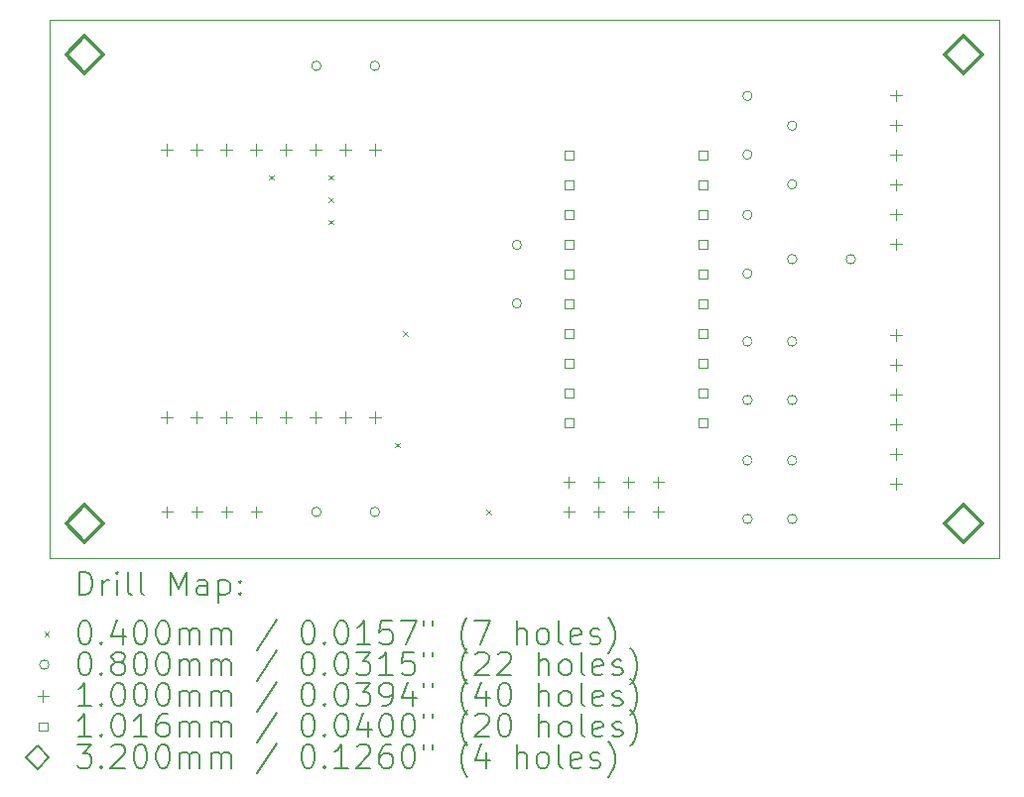
<source format=gbr>
%TF.GenerationSoftware,KiCad,Pcbnew,6.0.11-2627ca5db0~126~ubuntu22.04.1*%
%TF.CreationDate,2023-04-26T19:27:01+03:00*%
%TF.ProjectId,layzspa-wifi-remote,6c61797a-7370-4612-9d77-6966692d7265,rev?*%
%TF.SameCoordinates,Original*%
%TF.FileFunction,Drillmap*%
%TF.FilePolarity,Positive*%
%FSLAX45Y45*%
G04 Gerber Fmt 4.5, Leading zero omitted, Abs format (unit mm)*
G04 Created by KiCad (PCBNEW 6.0.11-2627ca5db0~126~ubuntu22.04.1) date 2023-04-26 19:27:01*
%MOMM*%
%LPD*%
G01*
G04 APERTURE LIST*
%ADD10C,0.100000*%
%ADD11C,0.200000*%
%ADD12C,0.040000*%
%ADD13C,0.080000*%
%ADD14C,0.101600*%
%ADD15C,0.320000*%
G04 APERTURE END LIST*
D10*
X3570000Y-2780000D02*
X11670000Y-2780000D01*
X11670000Y-2780000D02*
X11670000Y-7380000D01*
X11670000Y-7380000D02*
X3570000Y-7380000D01*
X3570000Y-7380000D02*
X3570000Y-2780000D01*
D11*
D12*
X5441000Y-4107500D02*
X5481000Y-4147500D01*
X5481000Y-4107500D02*
X5441000Y-4147500D01*
X5949000Y-4107500D02*
X5989000Y-4147500D01*
X5989000Y-4107500D02*
X5949000Y-4147500D01*
X5949000Y-4298000D02*
X5989000Y-4338000D01*
X5989000Y-4298000D02*
X5949000Y-4338000D01*
X5949000Y-4488500D02*
X5989000Y-4528500D01*
X5989000Y-4488500D02*
X5949000Y-4528500D01*
X6520500Y-6393500D02*
X6560500Y-6433500D01*
X6560500Y-6393500D02*
X6520500Y-6433500D01*
X6584000Y-5441000D02*
X6624000Y-5481000D01*
X6624000Y-5441000D02*
X6584000Y-5481000D01*
X7295200Y-6965000D02*
X7335200Y-7005000D01*
X7335200Y-6965000D02*
X7295200Y-7005000D01*
D13*
X5886000Y-3175000D02*
G75*
G03*
X5886000Y-3175000I-40000J0D01*
G01*
X5886000Y-6985000D02*
G75*
G03*
X5886000Y-6985000I-40000J0D01*
G01*
X6386000Y-3175000D02*
G75*
G03*
X6386000Y-3175000I-40000J0D01*
G01*
X6386000Y-6985000D02*
G75*
G03*
X6386000Y-6985000I-40000J0D01*
G01*
X7596500Y-4703000D02*
G75*
G03*
X7596500Y-4703000I-40000J0D01*
G01*
X7596500Y-5203000D02*
G75*
G03*
X7596500Y-5203000I-40000J0D01*
G01*
X9565000Y-3433000D02*
G75*
G03*
X9565000Y-3433000I-40000J0D01*
G01*
X9565000Y-3933000D02*
G75*
G03*
X9565000Y-3933000I-40000J0D01*
G01*
X9565000Y-4449000D02*
G75*
G03*
X9565000Y-4449000I-40000J0D01*
G01*
X9565000Y-4949000D02*
G75*
G03*
X9565000Y-4949000I-40000J0D01*
G01*
X9565000Y-5528500D02*
G75*
G03*
X9565000Y-5528500I-40000J0D01*
G01*
X9565000Y-6028500D02*
G75*
G03*
X9565000Y-6028500I-40000J0D01*
G01*
X9565000Y-6544500D02*
G75*
G03*
X9565000Y-6544500I-40000J0D01*
G01*
X9565000Y-7044500D02*
G75*
G03*
X9565000Y-7044500I-40000J0D01*
G01*
X9946000Y-3687000D02*
G75*
G03*
X9946000Y-3687000I-40000J0D01*
G01*
X9946000Y-4187000D02*
G75*
G03*
X9946000Y-4187000I-40000J0D01*
G01*
X9946000Y-4826000D02*
G75*
G03*
X9946000Y-4826000I-40000J0D01*
G01*
X9946000Y-5528500D02*
G75*
G03*
X9946000Y-5528500I-40000J0D01*
G01*
X9946000Y-6028500D02*
G75*
G03*
X9946000Y-6028500I-40000J0D01*
G01*
X9946000Y-6544500D02*
G75*
G03*
X9946000Y-6544500I-40000J0D01*
G01*
X9946000Y-7044500D02*
G75*
G03*
X9946000Y-7044500I-40000J0D01*
G01*
X10446000Y-4826000D02*
G75*
G03*
X10446000Y-4826000I-40000J0D01*
G01*
D10*
X4572000Y-3838500D02*
X4572000Y-3938500D01*
X4522000Y-3888500D02*
X4622000Y-3888500D01*
X4572000Y-6124500D02*
X4572000Y-6224500D01*
X4522000Y-6174500D02*
X4622000Y-6174500D01*
X4573000Y-6935000D02*
X4573000Y-7035000D01*
X4523000Y-6985000D02*
X4623000Y-6985000D01*
X4826000Y-3838500D02*
X4826000Y-3938500D01*
X4776000Y-3888500D02*
X4876000Y-3888500D01*
X4826000Y-6124500D02*
X4826000Y-6224500D01*
X4776000Y-6174500D02*
X4876000Y-6174500D01*
X4827000Y-6935000D02*
X4827000Y-7035000D01*
X4777000Y-6985000D02*
X4877000Y-6985000D01*
X5080000Y-3838500D02*
X5080000Y-3938500D01*
X5030000Y-3888500D02*
X5130000Y-3888500D01*
X5080000Y-6124500D02*
X5080000Y-6224500D01*
X5030000Y-6174500D02*
X5130000Y-6174500D01*
X5081000Y-6935000D02*
X5081000Y-7035000D01*
X5031000Y-6985000D02*
X5131000Y-6985000D01*
X5334000Y-3838500D02*
X5334000Y-3938500D01*
X5284000Y-3888500D02*
X5384000Y-3888500D01*
X5334000Y-6124500D02*
X5334000Y-6224500D01*
X5284000Y-6174500D02*
X5384000Y-6174500D01*
X5335000Y-6935000D02*
X5335000Y-7035000D01*
X5285000Y-6985000D02*
X5385000Y-6985000D01*
X5588000Y-3838500D02*
X5588000Y-3938500D01*
X5538000Y-3888500D02*
X5638000Y-3888500D01*
X5588000Y-6124500D02*
X5588000Y-6224500D01*
X5538000Y-6174500D02*
X5638000Y-6174500D01*
X5842000Y-3838500D02*
X5842000Y-3938500D01*
X5792000Y-3888500D02*
X5892000Y-3888500D01*
X5842000Y-6124500D02*
X5842000Y-6224500D01*
X5792000Y-6174500D02*
X5892000Y-6174500D01*
X6096000Y-3838500D02*
X6096000Y-3938500D01*
X6046000Y-3888500D02*
X6146000Y-3888500D01*
X6096000Y-6124500D02*
X6096000Y-6224500D01*
X6046000Y-6174500D02*
X6146000Y-6174500D01*
X6350000Y-3838500D02*
X6350000Y-3938500D01*
X6300000Y-3888500D02*
X6400000Y-3888500D01*
X6350000Y-6124500D02*
X6350000Y-6224500D01*
X6300000Y-6174500D02*
X6400000Y-6174500D01*
X8002000Y-6681500D02*
X8002000Y-6781500D01*
X7952000Y-6731500D02*
X8052000Y-6731500D01*
X8002000Y-6935500D02*
X8002000Y-7035500D01*
X7952000Y-6985500D02*
X8052000Y-6985500D01*
X8256000Y-6681500D02*
X8256000Y-6781500D01*
X8206000Y-6731500D02*
X8306000Y-6731500D01*
X8256000Y-6935500D02*
X8256000Y-7035500D01*
X8206000Y-6985500D02*
X8306000Y-6985500D01*
X8510000Y-6681500D02*
X8510000Y-6781500D01*
X8460000Y-6731500D02*
X8560000Y-6731500D01*
X8510000Y-6935500D02*
X8510000Y-7035500D01*
X8460000Y-6985500D02*
X8560000Y-6985500D01*
X8764000Y-6681500D02*
X8764000Y-6781500D01*
X8714000Y-6731500D02*
X8814000Y-6731500D01*
X8764000Y-6935500D02*
X8764000Y-7035500D01*
X8714000Y-6985500D02*
X8814000Y-6985500D01*
X10795000Y-3379000D02*
X10795000Y-3479000D01*
X10745000Y-3429000D02*
X10845000Y-3429000D01*
X10795000Y-3633000D02*
X10795000Y-3733000D01*
X10745000Y-3683000D02*
X10845000Y-3683000D01*
X10795000Y-3887000D02*
X10795000Y-3987000D01*
X10745000Y-3937000D02*
X10845000Y-3937000D01*
X10795000Y-4141000D02*
X10795000Y-4241000D01*
X10745000Y-4191000D02*
X10845000Y-4191000D01*
X10795000Y-4395000D02*
X10795000Y-4495000D01*
X10745000Y-4445000D02*
X10845000Y-4445000D01*
X10795000Y-4649000D02*
X10795000Y-4749000D01*
X10745000Y-4699000D02*
X10845000Y-4699000D01*
X10795000Y-5426000D02*
X10795000Y-5526000D01*
X10745000Y-5476000D02*
X10845000Y-5476000D01*
X10795000Y-5680000D02*
X10795000Y-5780000D01*
X10745000Y-5730000D02*
X10845000Y-5730000D01*
X10795000Y-5934000D02*
X10795000Y-6034000D01*
X10745000Y-5984000D02*
X10845000Y-5984000D01*
X10795000Y-6188000D02*
X10795000Y-6288000D01*
X10745000Y-6238000D02*
X10845000Y-6238000D01*
X10795000Y-6442000D02*
X10795000Y-6542000D01*
X10745000Y-6492000D02*
X10845000Y-6492000D01*
X10795000Y-6696000D02*
X10795000Y-6796000D01*
X10745000Y-6746000D02*
X10845000Y-6746000D01*
D14*
X8036921Y-3972921D02*
X8036921Y-3901079D01*
X7965079Y-3901079D01*
X7965079Y-3972921D01*
X8036921Y-3972921D01*
X8036921Y-4226921D02*
X8036921Y-4155079D01*
X7965079Y-4155079D01*
X7965079Y-4226921D01*
X8036921Y-4226921D01*
X8036921Y-4480921D02*
X8036921Y-4409079D01*
X7965079Y-4409079D01*
X7965079Y-4480921D01*
X8036921Y-4480921D01*
X8036921Y-4734921D02*
X8036921Y-4663079D01*
X7965079Y-4663079D01*
X7965079Y-4734921D01*
X8036921Y-4734921D01*
X8036921Y-4988921D02*
X8036921Y-4917079D01*
X7965079Y-4917079D01*
X7965079Y-4988921D01*
X8036921Y-4988921D01*
X8036921Y-5242921D02*
X8036921Y-5171079D01*
X7965079Y-5171079D01*
X7965079Y-5242921D01*
X8036921Y-5242921D01*
X8036921Y-5496921D02*
X8036921Y-5425079D01*
X7965079Y-5425079D01*
X7965079Y-5496921D01*
X8036921Y-5496921D01*
X8036921Y-5750921D02*
X8036921Y-5679079D01*
X7965079Y-5679079D01*
X7965079Y-5750921D01*
X8036921Y-5750921D01*
X8036921Y-6004921D02*
X8036921Y-5933079D01*
X7965079Y-5933079D01*
X7965079Y-6004921D01*
X8036921Y-6004921D01*
X8036921Y-6258921D02*
X8036921Y-6187079D01*
X7965079Y-6187079D01*
X7965079Y-6258921D01*
X8036921Y-6258921D01*
X9179921Y-3972921D02*
X9179921Y-3901079D01*
X9108079Y-3901079D01*
X9108079Y-3972921D01*
X9179921Y-3972921D01*
X9179921Y-4226921D02*
X9179921Y-4155079D01*
X9108079Y-4155079D01*
X9108079Y-4226921D01*
X9179921Y-4226921D01*
X9179921Y-4480921D02*
X9179921Y-4409079D01*
X9108079Y-4409079D01*
X9108079Y-4480921D01*
X9179921Y-4480921D01*
X9179921Y-4734921D02*
X9179921Y-4663079D01*
X9108079Y-4663079D01*
X9108079Y-4734921D01*
X9179921Y-4734921D01*
X9179921Y-4988921D02*
X9179921Y-4917079D01*
X9108079Y-4917079D01*
X9108079Y-4988921D01*
X9179921Y-4988921D01*
X9179921Y-5242921D02*
X9179921Y-5171079D01*
X9108079Y-5171079D01*
X9108079Y-5242921D01*
X9179921Y-5242921D01*
X9179921Y-5496921D02*
X9179921Y-5425079D01*
X9108079Y-5425079D01*
X9108079Y-5496921D01*
X9179921Y-5496921D01*
X9179921Y-5750921D02*
X9179921Y-5679079D01*
X9108079Y-5679079D01*
X9108079Y-5750921D01*
X9179921Y-5750921D01*
X9179921Y-6004921D02*
X9179921Y-5933079D01*
X9108079Y-5933079D01*
X9108079Y-6004921D01*
X9179921Y-6004921D01*
X9179921Y-6258921D02*
X9179921Y-6187079D01*
X9108079Y-6187079D01*
X9108079Y-6258921D01*
X9179921Y-6258921D01*
D15*
X3870000Y-3240000D02*
X4030000Y-3080000D01*
X3870000Y-2920000D01*
X3710000Y-3080000D01*
X3870000Y-3240000D01*
X3870000Y-7240000D02*
X4030000Y-7080000D01*
X3870000Y-6920000D01*
X3710000Y-7080000D01*
X3870000Y-7240000D01*
X11370000Y-3240000D02*
X11530000Y-3080000D01*
X11370000Y-2920000D01*
X11210000Y-3080000D01*
X11370000Y-3240000D01*
X11370000Y-7240000D02*
X11530000Y-7080000D01*
X11370000Y-6920000D01*
X11210000Y-7080000D01*
X11370000Y-7240000D01*
D11*
X3822619Y-7695476D02*
X3822619Y-7495476D01*
X3870238Y-7495476D01*
X3898809Y-7505000D01*
X3917857Y-7524048D01*
X3927381Y-7543095D01*
X3936905Y-7581190D01*
X3936905Y-7609762D01*
X3927381Y-7647857D01*
X3917857Y-7666905D01*
X3898809Y-7685952D01*
X3870238Y-7695476D01*
X3822619Y-7695476D01*
X4022619Y-7695476D02*
X4022619Y-7562143D01*
X4022619Y-7600238D02*
X4032143Y-7581190D01*
X4041667Y-7571667D01*
X4060714Y-7562143D01*
X4079762Y-7562143D01*
X4146428Y-7695476D02*
X4146428Y-7562143D01*
X4146428Y-7495476D02*
X4136905Y-7505000D01*
X4146428Y-7514524D01*
X4155952Y-7505000D01*
X4146428Y-7495476D01*
X4146428Y-7514524D01*
X4270238Y-7695476D02*
X4251190Y-7685952D01*
X4241667Y-7666905D01*
X4241667Y-7495476D01*
X4375000Y-7695476D02*
X4355952Y-7685952D01*
X4346429Y-7666905D01*
X4346429Y-7495476D01*
X4603571Y-7695476D02*
X4603571Y-7495476D01*
X4670238Y-7638333D01*
X4736905Y-7495476D01*
X4736905Y-7695476D01*
X4917857Y-7695476D02*
X4917857Y-7590714D01*
X4908333Y-7571667D01*
X4889286Y-7562143D01*
X4851190Y-7562143D01*
X4832143Y-7571667D01*
X4917857Y-7685952D02*
X4898810Y-7695476D01*
X4851190Y-7695476D01*
X4832143Y-7685952D01*
X4822619Y-7666905D01*
X4822619Y-7647857D01*
X4832143Y-7628809D01*
X4851190Y-7619286D01*
X4898810Y-7619286D01*
X4917857Y-7609762D01*
X5013095Y-7562143D02*
X5013095Y-7762143D01*
X5013095Y-7571667D02*
X5032143Y-7562143D01*
X5070238Y-7562143D01*
X5089286Y-7571667D01*
X5098810Y-7581190D01*
X5108333Y-7600238D01*
X5108333Y-7657381D01*
X5098810Y-7676428D01*
X5089286Y-7685952D01*
X5070238Y-7695476D01*
X5032143Y-7695476D01*
X5013095Y-7685952D01*
X5194048Y-7676428D02*
X5203571Y-7685952D01*
X5194048Y-7695476D01*
X5184524Y-7685952D01*
X5194048Y-7676428D01*
X5194048Y-7695476D01*
X5194048Y-7571667D02*
X5203571Y-7581190D01*
X5194048Y-7590714D01*
X5184524Y-7581190D01*
X5194048Y-7571667D01*
X5194048Y-7590714D01*
D12*
X3525000Y-8005000D02*
X3565000Y-8045000D01*
X3565000Y-8005000D02*
X3525000Y-8045000D01*
D11*
X3860714Y-7915476D02*
X3879762Y-7915476D01*
X3898809Y-7925000D01*
X3908333Y-7934524D01*
X3917857Y-7953571D01*
X3927381Y-7991667D01*
X3927381Y-8039286D01*
X3917857Y-8077381D01*
X3908333Y-8096428D01*
X3898809Y-8105952D01*
X3879762Y-8115476D01*
X3860714Y-8115476D01*
X3841667Y-8105952D01*
X3832143Y-8096428D01*
X3822619Y-8077381D01*
X3813095Y-8039286D01*
X3813095Y-7991667D01*
X3822619Y-7953571D01*
X3832143Y-7934524D01*
X3841667Y-7925000D01*
X3860714Y-7915476D01*
X4013095Y-8096428D02*
X4022619Y-8105952D01*
X4013095Y-8115476D01*
X4003571Y-8105952D01*
X4013095Y-8096428D01*
X4013095Y-8115476D01*
X4194048Y-7982143D02*
X4194048Y-8115476D01*
X4146428Y-7905952D02*
X4098809Y-8048809D01*
X4222619Y-8048809D01*
X4336905Y-7915476D02*
X4355952Y-7915476D01*
X4375000Y-7925000D01*
X4384524Y-7934524D01*
X4394048Y-7953571D01*
X4403571Y-7991667D01*
X4403571Y-8039286D01*
X4394048Y-8077381D01*
X4384524Y-8096428D01*
X4375000Y-8105952D01*
X4355952Y-8115476D01*
X4336905Y-8115476D01*
X4317857Y-8105952D01*
X4308333Y-8096428D01*
X4298810Y-8077381D01*
X4289286Y-8039286D01*
X4289286Y-7991667D01*
X4298810Y-7953571D01*
X4308333Y-7934524D01*
X4317857Y-7925000D01*
X4336905Y-7915476D01*
X4527381Y-7915476D02*
X4546429Y-7915476D01*
X4565476Y-7925000D01*
X4575000Y-7934524D01*
X4584524Y-7953571D01*
X4594048Y-7991667D01*
X4594048Y-8039286D01*
X4584524Y-8077381D01*
X4575000Y-8096428D01*
X4565476Y-8105952D01*
X4546429Y-8115476D01*
X4527381Y-8115476D01*
X4508333Y-8105952D01*
X4498810Y-8096428D01*
X4489286Y-8077381D01*
X4479762Y-8039286D01*
X4479762Y-7991667D01*
X4489286Y-7953571D01*
X4498810Y-7934524D01*
X4508333Y-7925000D01*
X4527381Y-7915476D01*
X4679762Y-8115476D02*
X4679762Y-7982143D01*
X4679762Y-8001190D02*
X4689286Y-7991667D01*
X4708333Y-7982143D01*
X4736905Y-7982143D01*
X4755952Y-7991667D01*
X4765476Y-8010714D01*
X4765476Y-8115476D01*
X4765476Y-8010714D02*
X4775000Y-7991667D01*
X4794048Y-7982143D01*
X4822619Y-7982143D01*
X4841667Y-7991667D01*
X4851190Y-8010714D01*
X4851190Y-8115476D01*
X4946429Y-8115476D02*
X4946429Y-7982143D01*
X4946429Y-8001190D02*
X4955952Y-7991667D01*
X4975000Y-7982143D01*
X5003571Y-7982143D01*
X5022619Y-7991667D01*
X5032143Y-8010714D01*
X5032143Y-8115476D01*
X5032143Y-8010714D02*
X5041667Y-7991667D01*
X5060714Y-7982143D01*
X5089286Y-7982143D01*
X5108333Y-7991667D01*
X5117857Y-8010714D01*
X5117857Y-8115476D01*
X5508333Y-7905952D02*
X5336905Y-8163095D01*
X5765476Y-7915476D02*
X5784524Y-7915476D01*
X5803571Y-7925000D01*
X5813095Y-7934524D01*
X5822619Y-7953571D01*
X5832143Y-7991667D01*
X5832143Y-8039286D01*
X5822619Y-8077381D01*
X5813095Y-8096428D01*
X5803571Y-8105952D01*
X5784524Y-8115476D01*
X5765476Y-8115476D01*
X5746428Y-8105952D01*
X5736905Y-8096428D01*
X5727381Y-8077381D01*
X5717857Y-8039286D01*
X5717857Y-7991667D01*
X5727381Y-7953571D01*
X5736905Y-7934524D01*
X5746428Y-7925000D01*
X5765476Y-7915476D01*
X5917857Y-8096428D02*
X5927381Y-8105952D01*
X5917857Y-8115476D01*
X5908333Y-8105952D01*
X5917857Y-8096428D01*
X5917857Y-8115476D01*
X6051190Y-7915476D02*
X6070238Y-7915476D01*
X6089286Y-7925000D01*
X6098809Y-7934524D01*
X6108333Y-7953571D01*
X6117857Y-7991667D01*
X6117857Y-8039286D01*
X6108333Y-8077381D01*
X6098809Y-8096428D01*
X6089286Y-8105952D01*
X6070238Y-8115476D01*
X6051190Y-8115476D01*
X6032143Y-8105952D01*
X6022619Y-8096428D01*
X6013095Y-8077381D01*
X6003571Y-8039286D01*
X6003571Y-7991667D01*
X6013095Y-7953571D01*
X6022619Y-7934524D01*
X6032143Y-7925000D01*
X6051190Y-7915476D01*
X6308333Y-8115476D02*
X6194048Y-8115476D01*
X6251190Y-8115476D02*
X6251190Y-7915476D01*
X6232143Y-7944048D01*
X6213095Y-7963095D01*
X6194048Y-7972619D01*
X6489286Y-7915476D02*
X6394048Y-7915476D01*
X6384524Y-8010714D01*
X6394048Y-8001190D01*
X6413095Y-7991667D01*
X6460714Y-7991667D01*
X6479762Y-8001190D01*
X6489286Y-8010714D01*
X6498809Y-8029762D01*
X6498809Y-8077381D01*
X6489286Y-8096428D01*
X6479762Y-8105952D01*
X6460714Y-8115476D01*
X6413095Y-8115476D01*
X6394048Y-8105952D01*
X6384524Y-8096428D01*
X6565476Y-7915476D02*
X6698809Y-7915476D01*
X6613095Y-8115476D01*
X6765476Y-7915476D02*
X6765476Y-7953571D01*
X6841667Y-7915476D02*
X6841667Y-7953571D01*
X7136905Y-8191667D02*
X7127381Y-8182143D01*
X7108333Y-8153571D01*
X7098809Y-8134524D01*
X7089286Y-8105952D01*
X7079762Y-8058333D01*
X7079762Y-8020238D01*
X7089286Y-7972619D01*
X7098809Y-7944048D01*
X7108333Y-7925000D01*
X7127381Y-7896428D01*
X7136905Y-7886905D01*
X7194048Y-7915476D02*
X7327381Y-7915476D01*
X7241667Y-8115476D01*
X7555952Y-8115476D02*
X7555952Y-7915476D01*
X7641667Y-8115476D02*
X7641667Y-8010714D01*
X7632143Y-7991667D01*
X7613095Y-7982143D01*
X7584524Y-7982143D01*
X7565476Y-7991667D01*
X7555952Y-8001190D01*
X7765476Y-8115476D02*
X7746428Y-8105952D01*
X7736905Y-8096428D01*
X7727381Y-8077381D01*
X7727381Y-8020238D01*
X7736905Y-8001190D01*
X7746428Y-7991667D01*
X7765476Y-7982143D01*
X7794048Y-7982143D01*
X7813095Y-7991667D01*
X7822619Y-8001190D01*
X7832143Y-8020238D01*
X7832143Y-8077381D01*
X7822619Y-8096428D01*
X7813095Y-8105952D01*
X7794048Y-8115476D01*
X7765476Y-8115476D01*
X7946428Y-8115476D02*
X7927381Y-8105952D01*
X7917857Y-8086905D01*
X7917857Y-7915476D01*
X8098809Y-8105952D02*
X8079762Y-8115476D01*
X8041667Y-8115476D01*
X8022619Y-8105952D01*
X8013095Y-8086905D01*
X8013095Y-8010714D01*
X8022619Y-7991667D01*
X8041667Y-7982143D01*
X8079762Y-7982143D01*
X8098809Y-7991667D01*
X8108333Y-8010714D01*
X8108333Y-8029762D01*
X8013095Y-8048809D01*
X8184524Y-8105952D02*
X8203571Y-8115476D01*
X8241667Y-8115476D01*
X8260714Y-8105952D01*
X8270238Y-8086905D01*
X8270238Y-8077381D01*
X8260714Y-8058333D01*
X8241667Y-8048809D01*
X8213095Y-8048809D01*
X8194048Y-8039286D01*
X8184524Y-8020238D01*
X8184524Y-8010714D01*
X8194048Y-7991667D01*
X8213095Y-7982143D01*
X8241667Y-7982143D01*
X8260714Y-7991667D01*
X8336905Y-8191667D02*
X8346428Y-8182143D01*
X8365476Y-8153571D01*
X8375000Y-8134524D01*
X8384524Y-8105952D01*
X8394048Y-8058333D01*
X8394048Y-8020238D01*
X8384524Y-7972619D01*
X8375000Y-7944048D01*
X8365476Y-7925000D01*
X8346428Y-7896428D01*
X8336905Y-7886905D01*
D13*
X3565000Y-8289000D02*
G75*
G03*
X3565000Y-8289000I-40000J0D01*
G01*
D11*
X3860714Y-8179476D02*
X3879762Y-8179476D01*
X3898809Y-8189000D01*
X3908333Y-8198524D01*
X3917857Y-8217571D01*
X3927381Y-8255667D01*
X3927381Y-8303286D01*
X3917857Y-8341381D01*
X3908333Y-8360428D01*
X3898809Y-8369952D01*
X3879762Y-8379476D01*
X3860714Y-8379476D01*
X3841667Y-8369952D01*
X3832143Y-8360428D01*
X3822619Y-8341381D01*
X3813095Y-8303286D01*
X3813095Y-8255667D01*
X3822619Y-8217571D01*
X3832143Y-8198524D01*
X3841667Y-8189000D01*
X3860714Y-8179476D01*
X4013095Y-8360428D02*
X4022619Y-8369952D01*
X4013095Y-8379476D01*
X4003571Y-8369952D01*
X4013095Y-8360428D01*
X4013095Y-8379476D01*
X4136905Y-8265190D02*
X4117857Y-8255667D01*
X4108333Y-8246143D01*
X4098809Y-8227095D01*
X4098809Y-8217571D01*
X4108333Y-8198524D01*
X4117857Y-8189000D01*
X4136905Y-8179476D01*
X4175000Y-8179476D01*
X4194048Y-8189000D01*
X4203571Y-8198524D01*
X4213095Y-8217571D01*
X4213095Y-8227095D01*
X4203571Y-8246143D01*
X4194048Y-8255667D01*
X4175000Y-8265190D01*
X4136905Y-8265190D01*
X4117857Y-8274714D01*
X4108333Y-8284238D01*
X4098809Y-8303286D01*
X4098809Y-8341381D01*
X4108333Y-8360428D01*
X4117857Y-8369952D01*
X4136905Y-8379476D01*
X4175000Y-8379476D01*
X4194048Y-8369952D01*
X4203571Y-8360428D01*
X4213095Y-8341381D01*
X4213095Y-8303286D01*
X4203571Y-8284238D01*
X4194048Y-8274714D01*
X4175000Y-8265190D01*
X4336905Y-8179476D02*
X4355952Y-8179476D01*
X4375000Y-8189000D01*
X4384524Y-8198524D01*
X4394048Y-8217571D01*
X4403571Y-8255667D01*
X4403571Y-8303286D01*
X4394048Y-8341381D01*
X4384524Y-8360428D01*
X4375000Y-8369952D01*
X4355952Y-8379476D01*
X4336905Y-8379476D01*
X4317857Y-8369952D01*
X4308333Y-8360428D01*
X4298810Y-8341381D01*
X4289286Y-8303286D01*
X4289286Y-8255667D01*
X4298810Y-8217571D01*
X4308333Y-8198524D01*
X4317857Y-8189000D01*
X4336905Y-8179476D01*
X4527381Y-8179476D02*
X4546429Y-8179476D01*
X4565476Y-8189000D01*
X4575000Y-8198524D01*
X4584524Y-8217571D01*
X4594048Y-8255667D01*
X4594048Y-8303286D01*
X4584524Y-8341381D01*
X4575000Y-8360428D01*
X4565476Y-8369952D01*
X4546429Y-8379476D01*
X4527381Y-8379476D01*
X4508333Y-8369952D01*
X4498810Y-8360428D01*
X4489286Y-8341381D01*
X4479762Y-8303286D01*
X4479762Y-8255667D01*
X4489286Y-8217571D01*
X4498810Y-8198524D01*
X4508333Y-8189000D01*
X4527381Y-8179476D01*
X4679762Y-8379476D02*
X4679762Y-8246143D01*
X4679762Y-8265190D02*
X4689286Y-8255667D01*
X4708333Y-8246143D01*
X4736905Y-8246143D01*
X4755952Y-8255667D01*
X4765476Y-8274714D01*
X4765476Y-8379476D01*
X4765476Y-8274714D02*
X4775000Y-8255667D01*
X4794048Y-8246143D01*
X4822619Y-8246143D01*
X4841667Y-8255667D01*
X4851190Y-8274714D01*
X4851190Y-8379476D01*
X4946429Y-8379476D02*
X4946429Y-8246143D01*
X4946429Y-8265190D02*
X4955952Y-8255667D01*
X4975000Y-8246143D01*
X5003571Y-8246143D01*
X5022619Y-8255667D01*
X5032143Y-8274714D01*
X5032143Y-8379476D01*
X5032143Y-8274714D02*
X5041667Y-8255667D01*
X5060714Y-8246143D01*
X5089286Y-8246143D01*
X5108333Y-8255667D01*
X5117857Y-8274714D01*
X5117857Y-8379476D01*
X5508333Y-8169952D02*
X5336905Y-8427095D01*
X5765476Y-8179476D02*
X5784524Y-8179476D01*
X5803571Y-8189000D01*
X5813095Y-8198524D01*
X5822619Y-8217571D01*
X5832143Y-8255667D01*
X5832143Y-8303286D01*
X5822619Y-8341381D01*
X5813095Y-8360428D01*
X5803571Y-8369952D01*
X5784524Y-8379476D01*
X5765476Y-8379476D01*
X5746428Y-8369952D01*
X5736905Y-8360428D01*
X5727381Y-8341381D01*
X5717857Y-8303286D01*
X5717857Y-8255667D01*
X5727381Y-8217571D01*
X5736905Y-8198524D01*
X5746428Y-8189000D01*
X5765476Y-8179476D01*
X5917857Y-8360428D02*
X5927381Y-8369952D01*
X5917857Y-8379476D01*
X5908333Y-8369952D01*
X5917857Y-8360428D01*
X5917857Y-8379476D01*
X6051190Y-8179476D02*
X6070238Y-8179476D01*
X6089286Y-8189000D01*
X6098809Y-8198524D01*
X6108333Y-8217571D01*
X6117857Y-8255667D01*
X6117857Y-8303286D01*
X6108333Y-8341381D01*
X6098809Y-8360428D01*
X6089286Y-8369952D01*
X6070238Y-8379476D01*
X6051190Y-8379476D01*
X6032143Y-8369952D01*
X6022619Y-8360428D01*
X6013095Y-8341381D01*
X6003571Y-8303286D01*
X6003571Y-8255667D01*
X6013095Y-8217571D01*
X6022619Y-8198524D01*
X6032143Y-8189000D01*
X6051190Y-8179476D01*
X6184524Y-8179476D02*
X6308333Y-8179476D01*
X6241667Y-8255667D01*
X6270238Y-8255667D01*
X6289286Y-8265190D01*
X6298809Y-8274714D01*
X6308333Y-8293762D01*
X6308333Y-8341381D01*
X6298809Y-8360428D01*
X6289286Y-8369952D01*
X6270238Y-8379476D01*
X6213095Y-8379476D01*
X6194048Y-8369952D01*
X6184524Y-8360428D01*
X6498809Y-8379476D02*
X6384524Y-8379476D01*
X6441667Y-8379476D02*
X6441667Y-8179476D01*
X6422619Y-8208048D01*
X6403571Y-8227095D01*
X6384524Y-8236619D01*
X6679762Y-8179476D02*
X6584524Y-8179476D01*
X6575000Y-8274714D01*
X6584524Y-8265190D01*
X6603571Y-8255667D01*
X6651190Y-8255667D01*
X6670238Y-8265190D01*
X6679762Y-8274714D01*
X6689286Y-8293762D01*
X6689286Y-8341381D01*
X6679762Y-8360428D01*
X6670238Y-8369952D01*
X6651190Y-8379476D01*
X6603571Y-8379476D01*
X6584524Y-8369952D01*
X6575000Y-8360428D01*
X6765476Y-8179476D02*
X6765476Y-8217571D01*
X6841667Y-8179476D02*
X6841667Y-8217571D01*
X7136905Y-8455667D02*
X7127381Y-8446143D01*
X7108333Y-8417571D01*
X7098809Y-8398524D01*
X7089286Y-8369952D01*
X7079762Y-8322333D01*
X7079762Y-8284238D01*
X7089286Y-8236619D01*
X7098809Y-8208048D01*
X7108333Y-8189000D01*
X7127381Y-8160428D01*
X7136905Y-8150905D01*
X7203571Y-8198524D02*
X7213095Y-8189000D01*
X7232143Y-8179476D01*
X7279762Y-8179476D01*
X7298809Y-8189000D01*
X7308333Y-8198524D01*
X7317857Y-8217571D01*
X7317857Y-8236619D01*
X7308333Y-8265190D01*
X7194048Y-8379476D01*
X7317857Y-8379476D01*
X7394048Y-8198524D02*
X7403571Y-8189000D01*
X7422619Y-8179476D01*
X7470238Y-8179476D01*
X7489286Y-8189000D01*
X7498809Y-8198524D01*
X7508333Y-8217571D01*
X7508333Y-8236619D01*
X7498809Y-8265190D01*
X7384524Y-8379476D01*
X7508333Y-8379476D01*
X7746428Y-8379476D02*
X7746428Y-8179476D01*
X7832143Y-8379476D02*
X7832143Y-8274714D01*
X7822619Y-8255667D01*
X7803571Y-8246143D01*
X7775000Y-8246143D01*
X7755952Y-8255667D01*
X7746428Y-8265190D01*
X7955952Y-8379476D02*
X7936905Y-8369952D01*
X7927381Y-8360428D01*
X7917857Y-8341381D01*
X7917857Y-8284238D01*
X7927381Y-8265190D01*
X7936905Y-8255667D01*
X7955952Y-8246143D01*
X7984524Y-8246143D01*
X8003571Y-8255667D01*
X8013095Y-8265190D01*
X8022619Y-8284238D01*
X8022619Y-8341381D01*
X8013095Y-8360428D01*
X8003571Y-8369952D01*
X7984524Y-8379476D01*
X7955952Y-8379476D01*
X8136905Y-8379476D02*
X8117857Y-8369952D01*
X8108333Y-8350905D01*
X8108333Y-8179476D01*
X8289286Y-8369952D02*
X8270238Y-8379476D01*
X8232143Y-8379476D01*
X8213095Y-8369952D01*
X8203571Y-8350905D01*
X8203571Y-8274714D01*
X8213095Y-8255667D01*
X8232143Y-8246143D01*
X8270238Y-8246143D01*
X8289286Y-8255667D01*
X8298809Y-8274714D01*
X8298809Y-8293762D01*
X8203571Y-8312809D01*
X8375000Y-8369952D02*
X8394048Y-8379476D01*
X8432143Y-8379476D01*
X8451190Y-8369952D01*
X8460714Y-8350905D01*
X8460714Y-8341381D01*
X8451190Y-8322333D01*
X8432143Y-8312809D01*
X8403571Y-8312809D01*
X8384524Y-8303286D01*
X8375000Y-8284238D01*
X8375000Y-8274714D01*
X8384524Y-8255667D01*
X8403571Y-8246143D01*
X8432143Y-8246143D01*
X8451190Y-8255667D01*
X8527381Y-8455667D02*
X8536905Y-8446143D01*
X8555952Y-8417571D01*
X8565476Y-8398524D01*
X8575000Y-8369952D01*
X8584524Y-8322333D01*
X8584524Y-8284238D01*
X8575000Y-8236619D01*
X8565476Y-8208048D01*
X8555952Y-8189000D01*
X8536905Y-8160428D01*
X8527381Y-8150905D01*
D10*
X3515000Y-8503000D02*
X3515000Y-8603000D01*
X3465000Y-8553000D02*
X3565000Y-8553000D01*
D11*
X3927381Y-8643476D02*
X3813095Y-8643476D01*
X3870238Y-8643476D02*
X3870238Y-8443476D01*
X3851190Y-8472048D01*
X3832143Y-8491095D01*
X3813095Y-8500619D01*
X4013095Y-8624429D02*
X4022619Y-8633952D01*
X4013095Y-8643476D01*
X4003571Y-8633952D01*
X4013095Y-8624429D01*
X4013095Y-8643476D01*
X4146428Y-8443476D02*
X4165476Y-8443476D01*
X4184524Y-8453000D01*
X4194048Y-8462524D01*
X4203571Y-8481571D01*
X4213095Y-8519667D01*
X4213095Y-8567286D01*
X4203571Y-8605381D01*
X4194048Y-8624429D01*
X4184524Y-8633952D01*
X4165476Y-8643476D01*
X4146428Y-8643476D01*
X4127381Y-8633952D01*
X4117857Y-8624429D01*
X4108333Y-8605381D01*
X4098809Y-8567286D01*
X4098809Y-8519667D01*
X4108333Y-8481571D01*
X4117857Y-8462524D01*
X4127381Y-8453000D01*
X4146428Y-8443476D01*
X4336905Y-8443476D02*
X4355952Y-8443476D01*
X4375000Y-8453000D01*
X4384524Y-8462524D01*
X4394048Y-8481571D01*
X4403571Y-8519667D01*
X4403571Y-8567286D01*
X4394048Y-8605381D01*
X4384524Y-8624429D01*
X4375000Y-8633952D01*
X4355952Y-8643476D01*
X4336905Y-8643476D01*
X4317857Y-8633952D01*
X4308333Y-8624429D01*
X4298810Y-8605381D01*
X4289286Y-8567286D01*
X4289286Y-8519667D01*
X4298810Y-8481571D01*
X4308333Y-8462524D01*
X4317857Y-8453000D01*
X4336905Y-8443476D01*
X4527381Y-8443476D02*
X4546429Y-8443476D01*
X4565476Y-8453000D01*
X4575000Y-8462524D01*
X4584524Y-8481571D01*
X4594048Y-8519667D01*
X4594048Y-8567286D01*
X4584524Y-8605381D01*
X4575000Y-8624429D01*
X4565476Y-8633952D01*
X4546429Y-8643476D01*
X4527381Y-8643476D01*
X4508333Y-8633952D01*
X4498810Y-8624429D01*
X4489286Y-8605381D01*
X4479762Y-8567286D01*
X4479762Y-8519667D01*
X4489286Y-8481571D01*
X4498810Y-8462524D01*
X4508333Y-8453000D01*
X4527381Y-8443476D01*
X4679762Y-8643476D02*
X4679762Y-8510143D01*
X4679762Y-8529190D02*
X4689286Y-8519667D01*
X4708333Y-8510143D01*
X4736905Y-8510143D01*
X4755952Y-8519667D01*
X4765476Y-8538714D01*
X4765476Y-8643476D01*
X4765476Y-8538714D02*
X4775000Y-8519667D01*
X4794048Y-8510143D01*
X4822619Y-8510143D01*
X4841667Y-8519667D01*
X4851190Y-8538714D01*
X4851190Y-8643476D01*
X4946429Y-8643476D02*
X4946429Y-8510143D01*
X4946429Y-8529190D02*
X4955952Y-8519667D01*
X4975000Y-8510143D01*
X5003571Y-8510143D01*
X5022619Y-8519667D01*
X5032143Y-8538714D01*
X5032143Y-8643476D01*
X5032143Y-8538714D02*
X5041667Y-8519667D01*
X5060714Y-8510143D01*
X5089286Y-8510143D01*
X5108333Y-8519667D01*
X5117857Y-8538714D01*
X5117857Y-8643476D01*
X5508333Y-8433952D02*
X5336905Y-8691095D01*
X5765476Y-8443476D02*
X5784524Y-8443476D01*
X5803571Y-8453000D01*
X5813095Y-8462524D01*
X5822619Y-8481571D01*
X5832143Y-8519667D01*
X5832143Y-8567286D01*
X5822619Y-8605381D01*
X5813095Y-8624429D01*
X5803571Y-8633952D01*
X5784524Y-8643476D01*
X5765476Y-8643476D01*
X5746428Y-8633952D01*
X5736905Y-8624429D01*
X5727381Y-8605381D01*
X5717857Y-8567286D01*
X5717857Y-8519667D01*
X5727381Y-8481571D01*
X5736905Y-8462524D01*
X5746428Y-8453000D01*
X5765476Y-8443476D01*
X5917857Y-8624429D02*
X5927381Y-8633952D01*
X5917857Y-8643476D01*
X5908333Y-8633952D01*
X5917857Y-8624429D01*
X5917857Y-8643476D01*
X6051190Y-8443476D02*
X6070238Y-8443476D01*
X6089286Y-8453000D01*
X6098809Y-8462524D01*
X6108333Y-8481571D01*
X6117857Y-8519667D01*
X6117857Y-8567286D01*
X6108333Y-8605381D01*
X6098809Y-8624429D01*
X6089286Y-8633952D01*
X6070238Y-8643476D01*
X6051190Y-8643476D01*
X6032143Y-8633952D01*
X6022619Y-8624429D01*
X6013095Y-8605381D01*
X6003571Y-8567286D01*
X6003571Y-8519667D01*
X6013095Y-8481571D01*
X6022619Y-8462524D01*
X6032143Y-8453000D01*
X6051190Y-8443476D01*
X6184524Y-8443476D02*
X6308333Y-8443476D01*
X6241667Y-8519667D01*
X6270238Y-8519667D01*
X6289286Y-8529190D01*
X6298809Y-8538714D01*
X6308333Y-8557762D01*
X6308333Y-8605381D01*
X6298809Y-8624429D01*
X6289286Y-8633952D01*
X6270238Y-8643476D01*
X6213095Y-8643476D01*
X6194048Y-8633952D01*
X6184524Y-8624429D01*
X6403571Y-8643476D02*
X6441667Y-8643476D01*
X6460714Y-8633952D01*
X6470238Y-8624429D01*
X6489286Y-8595857D01*
X6498809Y-8557762D01*
X6498809Y-8481571D01*
X6489286Y-8462524D01*
X6479762Y-8453000D01*
X6460714Y-8443476D01*
X6422619Y-8443476D01*
X6403571Y-8453000D01*
X6394048Y-8462524D01*
X6384524Y-8481571D01*
X6384524Y-8529190D01*
X6394048Y-8548238D01*
X6403571Y-8557762D01*
X6422619Y-8567286D01*
X6460714Y-8567286D01*
X6479762Y-8557762D01*
X6489286Y-8548238D01*
X6498809Y-8529190D01*
X6670238Y-8510143D02*
X6670238Y-8643476D01*
X6622619Y-8433952D02*
X6575000Y-8576810D01*
X6698809Y-8576810D01*
X6765476Y-8443476D02*
X6765476Y-8481571D01*
X6841667Y-8443476D02*
X6841667Y-8481571D01*
X7136905Y-8719667D02*
X7127381Y-8710143D01*
X7108333Y-8681571D01*
X7098809Y-8662524D01*
X7089286Y-8633952D01*
X7079762Y-8586333D01*
X7079762Y-8548238D01*
X7089286Y-8500619D01*
X7098809Y-8472048D01*
X7108333Y-8453000D01*
X7127381Y-8424429D01*
X7136905Y-8414905D01*
X7298809Y-8510143D02*
X7298809Y-8643476D01*
X7251190Y-8433952D02*
X7203571Y-8576810D01*
X7327381Y-8576810D01*
X7441667Y-8443476D02*
X7460714Y-8443476D01*
X7479762Y-8453000D01*
X7489286Y-8462524D01*
X7498809Y-8481571D01*
X7508333Y-8519667D01*
X7508333Y-8567286D01*
X7498809Y-8605381D01*
X7489286Y-8624429D01*
X7479762Y-8633952D01*
X7460714Y-8643476D01*
X7441667Y-8643476D01*
X7422619Y-8633952D01*
X7413095Y-8624429D01*
X7403571Y-8605381D01*
X7394048Y-8567286D01*
X7394048Y-8519667D01*
X7403571Y-8481571D01*
X7413095Y-8462524D01*
X7422619Y-8453000D01*
X7441667Y-8443476D01*
X7746428Y-8643476D02*
X7746428Y-8443476D01*
X7832143Y-8643476D02*
X7832143Y-8538714D01*
X7822619Y-8519667D01*
X7803571Y-8510143D01*
X7775000Y-8510143D01*
X7755952Y-8519667D01*
X7746428Y-8529190D01*
X7955952Y-8643476D02*
X7936905Y-8633952D01*
X7927381Y-8624429D01*
X7917857Y-8605381D01*
X7917857Y-8548238D01*
X7927381Y-8529190D01*
X7936905Y-8519667D01*
X7955952Y-8510143D01*
X7984524Y-8510143D01*
X8003571Y-8519667D01*
X8013095Y-8529190D01*
X8022619Y-8548238D01*
X8022619Y-8605381D01*
X8013095Y-8624429D01*
X8003571Y-8633952D01*
X7984524Y-8643476D01*
X7955952Y-8643476D01*
X8136905Y-8643476D02*
X8117857Y-8633952D01*
X8108333Y-8614905D01*
X8108333Y-8443476D01*
X8289286Y-8633952D02*
X8270238Y-8643476D01*
X8232143Y-8643476D01*
X8213095Y-8633952D01*
X8203571Y-8614905D01*
X8203571Y-8538714D01*
X8213095Y-8519667D01*
X8232143Y-8510143D01*
X8270238Y-8510143D01*
X8289286Y-8519667D01*
X8298809Y-8538714D01*
X8298809Y-8557762D01*
X8203571Y-8576810D01*
X8375000Y-8633952D02*
X8394048Y-8643476D01*
X8432143Y-8643476D01*
X8451190Y-8633952D01*
X8460714Y-8614905D01*
X8460714Y-8605381D01*
X8451190Y-8586333D01*
X8432143Y-8576810D01*
X8403571Y-8576810D01*
X8384524Y-8567286D01*
X8375000Y-8548238D01*
X8375000Y-8538714D01*
X8384524Y-8519667D01*
X8403571Y-8510143D01*
X8432143Y-8510143D01*
X8451190Y-8519667D01*
X8527381Y-8719667D02*
X8536905Y-8710143D01*
X8555952Y-8681571D01*
X8565476Y-8662524D01*
X8575000Y-8633952D01*
X8584524Y-8586333D01*
X8584524Y-8548238D01*
X8575000Y-8500619D01*
X8565476Y-8472048D01*
X8555952Y-8453000D01*
X8536905Y-8424429D01*
X8527381Y-8414905D01*
D14*
X3550121Y-8852921D02*
X3550121Y-8781079D01*
X3478279Y-8781079D01*
X3478279Y-8852921D01*
X3550121Y-8852921D01*
D11*
X3927381Y-8907476D02*
X3813095Y-8907476D01*
X3870238Y-8907476D02*
X3870238Y-8707476D01*
X3851190Y-8736048D01*
X3832143Y-8755095D01*
X3813095Y-8764619D01*
X4013095Y-8888429D02*
X4022619Y-8897952D01*
X4013095Y-8907476D01*
X4003571Y-8897952D01*
X4013095Y-8888429D01*
X4013095Y-8907476D01*
X4146428Y-8707476D02*
X4165476Y-8707476D01*
X4184524Y-8717000D01*
X4194048Y-8726524D01*
X4203571Y-8745571D01*
X4213095Y-8783667D01*
X4213095Y-8831286D01*
X4203571Y-8869381D01*
X4194048Y-8888429D01*
X4184524Y-8897952D01*
X4165476Y-8907476D01*
X4146428Y-8907476D01*
X4127381Y-8897952D01*
X4117857Y-8888429D01*
X4108333Y-8869381D01*
X4098809Y-8831286D01*
X4098809Y-8783667D01*
X4108333Y-8745571D01*
X4117857Y-8726524D01*
X4127381Y-8717000D01*
X4146428Y-8707476D01*
X4403571Y-8907476D02*
X4289286Y-8907476D01*
X4346429Y-8907476D02*
X4346429Y-8707476D01*
X4327381Y-8736048D01*
X4308333Y-8755095D01*
X4289286Y-8764619D01*
X4575000Y-8707476D02*
X4536905Y-8707476D01*
X4517857Y-8717000D01*
X4508333Y-8726524D01*
X4489286Y-8755095D01*
X4479762Y-8793190D01*
X4479762Y-8869381D01*
X4489286Y-8888429D01*
X4498810Y-8897952D01*
X4517857Y-8907476D01*
X4555952Y-8907476D01*
X4575000Y-8897952D01*
X4584524Y-8888429D01*
X4594048Y-8869381D01*
X4594048Y-8821762D01*
X4584524Y-8802714D01*
X4575000Y-8793190D01*
X4555952Y-8783667D01*
X4517857Y-8783667D01*
X4498810Y-8793190D01*
X4489286Y-8802714D01*
X4479762Y-8821762D01*
X4679762Y-8907476D02*
X4679762Y-8774143D01*
X4679762Y-8793190D02*
X4689286Y-8783667D01*
X4708333Y-8774143D01*
X4736905Y-8774143D01*
X4755952Y-8783667D01*
X4765476Y-8802714D01*
X4765476Y-8907476D01*
X4765476Y-8802714D02*
X4775000Y-8783667D01*
X4794048Y-8774143D01*
X4822619Y-8774143D01*
X4841667Y-8783667D01*
X4851190Y-8802714D01*
X4851190Y-8907476D01*
X4946429Y-8907476D02*
X4946429Y-8774143D01*
X4946429Y-8793190D02*
X4955952Y-8783667D01*
X4975000Y-8774143D01*
X5003571Y-8774143D01*
X5022619Y-8783667D01*
X5032143Y-8802714D01*
X5032143Y-8907476D01*
X5032143Y-8802714D02*
X5041667Y-8783667D01*
X5060714Y-8774143D01*
X5089286Y-8774143D01*
X5108333Y-8783667D01*
X5117857Y-8802714D01*
X5117857Y-8907476D01*
X5508333Y-8697952D02*
X5336905Y-8955095D01*
X5765476Y-8707476D02*
X5784524Y-8707476D01*
X5803571Y-8717000D01*
X5813095Y-8726524D01*
X5822619Y-8745571D01*
X5832143Y-8783667D01*
X5832143Y-8831286D01*
X5822619Y-8869381D01*
X5813095Y-8888429D01*
X5803571Y-8897952D01*
X5784524Y-8907476D01*
X5765476Y-8907476D01*
X5746428Y-8897952D01*
X5736905Y-8888429D01*
X5727381Y-8869381D01*
X5717857Y-8831286D01*
X5717857Y-8783667D01*
X5727381Y-8745571D01*
X5736905Y-8726524D01*
X5746428Y-8717000D01*
X5765476Y-8707476D01*
X5917857Y-8888429D02*
X5927381Y-8897952D01*
X5917857Y-8907476D01*
X5908333Y-8897952D01*
X5917857Y-8888429D01*
X5917857Y-8907476D01*
X6051190Y-8707476D02*
X6070238Y-8707476D01*
X6089286Y-8717000D01*
X6098809Y-8726524D01*
X6108333Y-8745571D01*
X6117857Y-8783667D01*
X6117857Y-8831286D01*
X6108333Y-8869381D01*
X6098809Y-8888429D01*
X6089286Y-8897952D01*
X6070238Y-8907476D01*
X6051190Y-8907476D01*
X6032143Y-8897952D01*
X6022619Y-8888429D01*
X6013095Y-8869381D01*
X6003571Y-8831286D01*
X6003571Y-8783667D01*
X6013095Y-8745571D01*
X6022619Y-8726524D01*
X6032143Y-8717000D01*
X6051190Y-8707476D01*
X6289286Y-8774143D02*
X6289286Y-8907476D01*
X6241667Y-8697952D02*
X6194048Y-8840810D01*
X6317857Y-8840810D01*
X6432143Y-8707476D02*
X6451190Y-8707476D01*
X6470238Y-8717000D01*
X6479762Y-8726524D01*
X6489286Y-8745571D01*
X6498809Y-8783667D01*
X6498809Y-8831286D01*
X6489286Y-8869381D01*
X6479762Y-8888429D01*
X6470238Y-8897952D01*
X6451190Y-8907476D01*
X6432143Y-8907476D01*
X6413095Y-8897952D01*
X6403571Y-8888429D01*
X6394048Y-8869381D01*
X6384524Y-8831286D01*
X6384524Y-8783667D01*
X6394048Y-8745571D01*
X6403571Y-8726524D01*
X6413095Y-8717000D01*
X6432143Y-8707476D01*
X6622619Y-8707476D02*
X6641667Y-8707476D01*
X6660714Y-8717000D01*
X6670238Y-8726524D01*
X6679762Y-8745571D01*
X6689286Y-8783667D01*
X6689286Y-8831286D01*
X6679762Y-8869381D01*
X6670238Y-8888429D01*
X6660714Y-8897952D01*
X6641667Y-8907476D01*
X6622619Y-8907476D01*
X6603571Y-8897952D01*
X6594048Y-8888429D01*
X6584524Y-8869381D01*
X6575000Y-8831286D01*
X6575000Y-8783667D01*
X6584524Y-8745571D01*
X6594048Y-8726524D01*
X6603571Y-8717000D01*
X6622619Y-8707476D01*
X6765476Y-8707476D02*
X6765476Y-8745571D01*
X6841667Y-8707476D02*
X6841667Y-8745571D01*
X7136905Y-8983667D02*
X7127381Y-8974143D01*
X7108333Y-8945571D01*
X7098809Y-8926524D01*
X7089286Y-8897952D01*
X7079762Y-8850333D01*
X7079762Y-8812238D01*
X7089286Y-8764619D01*
X7098809Y-8736048D01*
X7108333Y-8717000D01*
X7127381Y-8688429D01*
X7136905Y-8678905D01*
X7203571Y-8726524D02*
X7213095Y-8717000D01*
X7232143Y-8707476D01*
X7279762Y-8707476D01*
X7298809Y-8717000D01*
X7308333Y-8726524D01*
X7317857Y-8745571D01*
X7317857Y-8764619D01*
X7308333Y-8793190D01*
X7194048Y-8907476D01*
X7317857Y-8907476D01*
X7441667Y-8707476D02*
X7460714Y-8707476D01*
X7479762Y-8717000D01*
X7489286Y-8726524D01*
X7498809Y-8745571D01*
X7508333Y-8783667D01*
X7508333Y-8831286D01*
X7498809Y-8869381D01*
X7489286Y-8888429D01*
X7479762Y-8897952D01*
X7460714Y-8907476D01*
X7441667Y-8907476D01*
X7422619Y-8897952D01*
X7413095Y-8888429D01*
X7403571Y-8869381D01*
X7394048Y-8831286D01*
X7394048Y-8783667D01*
X7403571Y-8745571D01*
X7413095Y-8726524D01*
X7422619Y-8717000D01*
X7441667Y-8707476D01*
X7746428Y-8907476D02*
X7746428Y-8707476D01*
X7832143Y-8907476D02*
X7832143Y-8802714D01*
X7822619Y-8783667D01*
X7803571Y-8774143D01*
X7775000Y-8774143D01*
X7755952Y-8783667D01*
X7746428Y-8793190D01*
X7955952Y-8907476D02*
X7936905Y-8897952D01*
X7927381Y-8888429D01*
X7917857Y-8869381D01*
X7917857Y-8812238D01*
X7927381Y-8793190D01*
X7936905Y-8783667D01*
X7955952Y-8774143D01*
X7984524Y-8774143D01*
X8003571Y-8783667D01*
X8013095Y-8793190D01*
X8022619Y-8812238D01*
X8022619Y-8869381D01*
X8013095Y-8888429D01*
X8003571Y-8897952D01*
X7984524Y-8907476D01*
X7955952Y-8907476D01*
X8136905Y-8907476D02*
X8117857Y-8897952D01*
X8108333Y-8878905D01*
X8108333Y-8707476D01*
X8289286Y-8897952D02*
X8270238Y-8907476D01*
X8232143Y-8907476D01*
X8213095Y-8897952D01*
X8203571Y-8878905D01*
X8203571Y-8802714D01*
X8213095Y-8783667D01*
X8232143Y-8774143D01*
X8270238Y-8774143D01*
X8289286Y-8783667D01*
X8298809Y-8802714D01*
X8298809Y-8821762D01*
X8203571Y-8840810D01*
X8375000Y-8897952D02*
X8394048Y-8907476D01*
X8432143Y-8907476D01*
X8451190Y-8897952D01*
X8460714Y-8878905D01*
X8460714Y-8869381D01*
X8451190Y-8850333D01*
X8432143Y-8840810D01*
X8403571Y-8840810D01*
X8384524Y-8831286D01*
X8375000Y-8812238D01*
X8375000Y-8802714D01*
X8384524Y-8783667D01*
X8403571Y-8774143D01*
X8432143Y-8774143D01*
X8451190Y-8783667D01*
X8527381Y-8983667D02*
X8536905Y-8974143D01*
X8555952Y-8945571D01*
X8565476Y-8926524D01*
X8575000Y-8897952D01*
X8584524Y-8850333D01*
X8584524Y-8812238D01*
X8575000Y-8764619D01*
X8565476Y-8736048D01*
X8555952Y-8717000D01*
X8536905Y-8688429D01*
X8527381Y-8678905D01*
X3465000Y-9181000D02*
X3565000Y-9081000D01*
X3465000Y-8981000D01*
X3365000Y-9081000D01*
X3465000Y-9181000D01*
X3803571Y-8971476D02*
X3927381Y-8971476D01*
X3860714Y-9047667D01*
X3889286Y-9047667D01*
X3908333Y-9057190D01*
X3917857Y-9066714D01*
X3927381Y-9085762D01*
X3927381Y-9133381D01*
X3917857Y-9152429D01*
X3908333Y-9161952D01*
X3889286Y-9171476D01*
X3832143Y-9171476D01*
X3813095Y-9161952D01*
X3803571Y-9152429D01*
X4013095Y-9152429D02*
X4022619Y-9161952D01*
X4013095Y-9171476D01*
X4003571Y-9161952D01*
X4013095Y-9152429D01*
X4013095Y-9171476D01*
X4098809Y-8990524D02*
X4108333Y-8981000D01*
X4127381Y-8971476D01*
X4175000Y-8971476D01*
X4194048Y-8981000D01*
X4203571Y-8990524D01*
X4213095Y-9009571D01*
X4213095Y-9028619D01*
X4203571Y-9057190D01*
X4089286Y-9171476D01*
X4213095Y-9171476D01*
X4336905Y-8971476D02*
X4355952Y-8971476D01*
X4375000Y-8981000D01*
X4384524Y-8990524D01*
X4394048Y-9009571D01*
X4403571Y-9047667D01*
X4403571Y-9095286D01*
X4394048Y-9133381D01*
X4384524Y-9152429D01*
X4375000Y-9161952D01*
X4355952Y-9171476D01*
X4336905Y-9171476D01*
X4317857Y-9161952D01*
X4308333Y-9152429D01*
X4298810Y-9133381D01*
X4289286Y-9095286D01*
X4289286Y-9047667D01*
X4298810Y-9009571D01*
X4308333Y-8990524D01*
X4317857Y-8981000D01*
X4336905Y-8971476D01*
X4527381Y-8971476D02*
X4546429Y-8971476D01*
X4565476Y-8981000D01*
X4575000Y-8990524D01*
X4584524Y-9009571D01*
X4594048Y-9047667D01*
X4594048Y-9095286D01*
X4584524Y-9133381D01*
X4575000Y-9152429D01*
X4565476Y-9161952D01*
X4546429Y-9171476D01*
X4527381Y-9171476D01*
X4508333Y-9161952D01*
X4498810Y-9152429D01*
X4489286Y-9133381D01*
X4479762Y-9095286D01*
X4479762Y-9047667D01*
X4489286Y-9009571D01*
X4498810Y-8990524D01*
X4508333Y-8981000D01*
X4527381Y-8971476D01*
X4679762Y-9171476D02*
X4679762Y-9038143D01*
X4679762Y-9057190D02*
X4689286Y-9047667D01*
X4708333Y-9038143D01*
X4736905Y-9038143D01*
X4755952Y-9047667D01*
X4765476Y-9066714D01*
X4765476Y-9171476D01*
X4765476Y-9066714D02*
X4775000Y-9047667D01*
X4794048Y-9038143D01*
X4822619Y-9038143D01*
X4841667Y-9047667D01*
X4851190Y-9066714D01*
X4851190Y-9171476D01*
X4946429Y-9171476D02*
X4946429Y-9038143D01*
X4946429Y-9057190D02*
X4955952Y-9047667D01*
X4975000Y-9038143D01*
X5003571Y-9038143D01*
X5022619Y-9047667D01*
X5032143Y-9066714D01*
X5032143Y-9171476D01*
X5032143Y-9066714D02*
X5041667Y-9047667D01*
X5060714Y-9038143D01*
X5089286Y-9038143D01*
X5108333Y-9047667D01*
X5117857Y-9066714D01*
X5117857Y-9171476D01*
X5508333Y-8961952D02*
X5336905Y-9219095D01*
X5765476Y-8971476D02*
X5784524Y-8971476D01*
X5803571Y-8981000D01*
X5813095Y-8990524D01*
X5822619Y-9009571D01*
X5832143Y-9047667D01*
X5832143Y-9095286D01*
X5822619Y-9133381D01*
X5813095Y-9152429D01*
X5803571Y-9161952D01*
X5784524Y-9171476D01*
X5765476Y-9171476D01*
X5746428Y-9161952D01*
X5736905Y-9152429D01*
X5727381Y-9133381D01*
X5717857Y-9095286D01*
X5717857Y-9047667D01*
X5727381Y-9009571D01*
X5736905Y-8990524D01*
X5746428Y-8981000D01*
X5765476Y-8971476D01*
X5917857Y-9152429D02*
X5927381Y-9161952D01*
X5917857Y-9171476D01*
X5908333Y-9161952D01*
X5917857Y-9152429D01*
X5917857Y-9171476D01*
X6117857Y-9171476D02*
X6003571Y-9171476D01*
X6060714Y-9171476D02*
X6060714Y-8971476D01*
X6041667Y-9000048D01*
X6022619Y-9019095D01*
X6003571Y-9028619D01*
X6194048Y-8990524D02*
X6203571Y-8981000D01*
X6222619Y-8971476D01*
X6270238Y-8971476D01*
X6289286Y-8981000D01*
X6298809Y-8990524D01*
X6308333Y-9009571D01*
X6308333Y-9028619D01*
X6298809Y-9057190D01*
X6184524Y-9171476D01*
X6308333Y-9171476D01*
X6479762Y-8971476D02*
X6441667Y-8971476D01*
X6422619Y-8981000D01*
X6413095Y-8990524D01*
X6394048Y-9019095D01*
X6384524Y-9057190D01*
X6384524Y-9133381D01*
X6394048Y-9152429D01*
X6403571Y-9161952D01*
X6422619Y-9171476D01*
X6460714Y-9171476D01*
X6479762Y-9161952D01*
X6489286Y-9152429D01*
X6498809Y-9133381D01*
X6498809Y-9085762D01*
X6489286Y-9066714D01*
X6479762Y-9057190D01*
X6460714Y-9047667D01*
X6422619Y-9047667D01*
X6403571Y-9057190D01*
X6394048Y-9066714D01*
X6384524Y-9085762D01*
X6622619Y-8971476D02*
X6641667Y-8971476D01*
X6660714Y-8981000D01*
X6670238Y-8990524D01*
X6679762Y-9009571D01*
X6689286Y-9047667D01*
X6689286Y-9095286D01*
X6679762Y-9133381D01*
X6670238Y-9152429D01*
X6660714Y-9161952D01*
X6641667Y-9171476D01*
X6622619Y-9171476D01*
X6603571Y-9161952D01*
X6594048Y-9152429D01*
X6584524Y-9133381D01*
X6575000Y-9095286D01*
X6575000Y-9047667D01*
X6584524Y-9009571D01*
X6594048Y-8990524D01*
X6603571Y-8981000D01*
X6622619Y-8971476D01*
X6765476Y-8971476D02*
X6765476Y-9009571D01*
X6841667Y-8971476D02*
X6841667Y-9009571D01*
X7136905Y-9247667D02*
X7127381Y-9238143D01*
X7108333Y-9209571D01*
X7098809Y-9190524D01*
X7089286Y-9161952D01*
X7079762Y-9114333D01*
X7079762Y-9076238D01*
X7089286Y-9028619D01*
X7098809Y-9000048D01*
X7108333Y-8981000D01*
X7127381Y-8952429D01*
X7136905Y-8942905D01*
X7298809Y-9038143D02*
X7298809Y-9171476D01*
X7251190Y-8961952D02*
X7203571Y-9104810D01*
X7327381Y-9104810D01*
X7555952Y-9171476D02*
X7555952Y-8971476D01*
X7641667Y-9171476D02*
X7641667Y-9066714D01*
X7632143Y-9047667D01*
X7613095Y-9038143D01*
X7584524Y-9038143D01*
X7565476Y-9047667D01*
X7555952Y-9057190D01*
X7765476Y-9171476D02*
X7746428Y-9161952D01*
X7736905Y-9152429D01*
X7727381Y-9133381D01*
X7727381Y-9076238D01*
X7736905Y-9057190D01*
X7746428Y-9047667D01*
X7765476Y-9038143D01*
X7794048Y-9038143D01*
X7813095Y-9047667D01*
X7822619Y-9057190D01*
X7832143Y-9076238D01*
X7832143Y-9133381D01*
X7822619Y-9152429D01*
X7813095Y-9161952D01*
X7794048Y-9171476D01*
X7765476Y-9171476D01*
X7946428Y-9171476D02*
X7927381Y-9161952D01*
X7917857Y-9142905D01*
X7917857Y-8971476D01*
X8098809Y-9161952D02*
X8079762Y-9171476D01*
X8041667Y-9171476D01*
X8022619Y-9161952D01*
X8013095Y-9142905D01*
X8013095Y-9066714D01*
X8022619Y-9047667D01*
X8041667Y-9038143D01*
X8079762Y-9038143D01*
X8098809Y-9047667D01*
X8108333Y-9066714D01*
X8108333Y-9085762D01*
X8013095Y-9104810D01*
X8184524Y-9161952D02*
X8203571Y-9171476D01*
X8241667Y-9171476D01*
X8260714Y-9161952D01*
X8270238Y-9142905D01*
X8270238Y-9133381D01*
X8260714Y-9114333D01*
X8241667Y-9104810D01*
X8213095Y-9104810D01*
X8194048Y-9095286D01*
X8184524Y-9076238D01*
X8184524Y-9066714D01*
X8194048Y-9047667D01*
X8213095Y-9038143D01*
X8241667Y-9038143D01*
X8260714Y-9047667D01*
X8336905Y-9247667D02*
X8346428Y-9238143D01*
X8365476Y-9209571D01*
X8375000Y-9190524D01*
X8384524Y-9161952D01*
X8394048Y-9114333D01*
X8394048Y-9076238D01*
X8384524Y-9028619D01*
X8375000Y-9000048D01*
X8365476Y-8981000D01*
X8346428Y-8952429D01*
X8336905Y-8942905D01*
M02*

</source>
